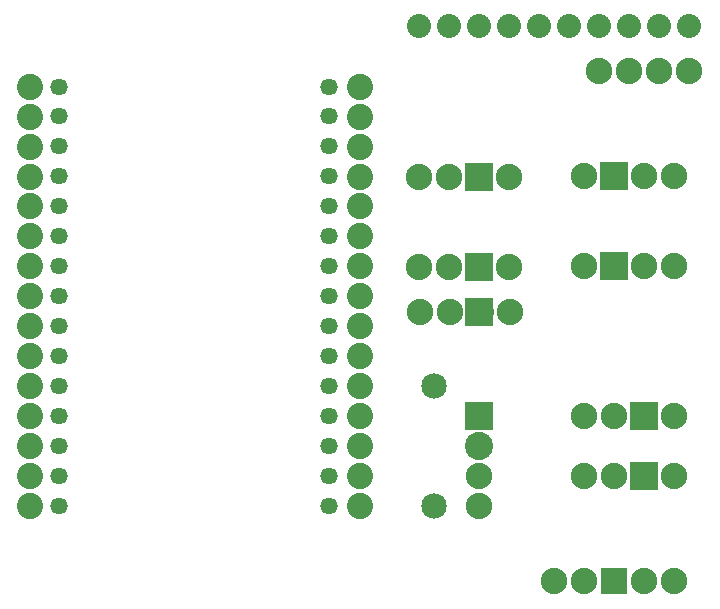
<source format=gbs>
G04 MADE WITH FRITZING*
G04 WWW.FRITZING.ORG*
G04 DOUBLE SIDED*
G04 HOLES PLATED*
G04 CONTOUR ON CENTER OF CONTOUR VECTOR*
%ASAXBY*%
%FSLAX23Y23*%
%MOIN*%
%OFA0B0*%
%SFA1.0B1.0*%
%ADD10C,0.080000*%
%ADD11C,0.088000*%
%ADD12C,0.087740*%
%ADD13C,0.085000*%
%ADD14C,0.094141*%
%ADD15C,0.057829*%
%ADD16R,0.094375X0.094375*%
%ADD17R,0.093333X0.093333*%
%ADD18R,0.088000X0.088000*%
%LNMASK0*%
G90*
G70*
G54D10*
X2406Y2095D03*
X2306Y2095D03*
X2206Y2095D03*
X2106Y2095D03*
X2006Y2095D03*
X1906Y2095D03*
X1806Y2095D03*
X1706Y2095D03*
X1606Y2095D03*
X1506Y2095D03*
G54D11*
X2406Y1945D03*
X2306Y1945D03*
X2206Y1945D03*
X2106Y1945D03*
G54D12*
X1307Y1694D03*
X209Y1894D03*
X209Y1794D03*
X209Y1694D03*
X209Y1594D03*
X209Y1495D03*
X1307Y1794D03*
X1307Y1894D03*
X1307Y1594D03*
X209Y1395D03*
X209Y1295D03*
X209Y1195D03*
X209Y1095D03*
X209Y995D03*
X209Y896D03*
X209Y796D03*
X209Y696D03*
X209Y596D03*
X209Y496D03*
X1307Y1195D03*
X1307Y1095D03*
X1307Y995D03*
X1307Y896D03*
X1307Y796D03*
X1307Y696D03*
X1307Y596D03*
X1307Y496D03*
X1307Y1495D03*
X1307Y1395D03*
X1307Y1295D03*
G54D13*
X1556Y895D03*
X1556Y495D03*
G54D11*
X2056Y1295D03*
G54D14*
X2156Y1295D03*
G54D11*
X2256Y1295D03*
X2356Y1295D03*
X2056Y1595D03*
G54D14*
X2156Y1595D03*
G54D11*
X2256Y1595D03*
X2356Y1595D03*
X2356Y795D03*
G54D14*
X2256Y795D03*
G54D11*
X2156Y795D03*
X2056Y795D03*
X1806Y1294D03*
G54D14*
X1706Y1294D03*
G54D11*
X1606Y1294D03*
X1506Y1294D03*
X1807Y1143D03*
G54D14*
X1707Y1143D03*
G54D11*
X1607Y1143D03*
X1507Y1143D03*
X1806Y1594D03*
G54D14*
X1706Y1594D03*
G54D11*
X1606Y1594D03*
X1506Y1594D03*
X2356Y595D03*
G54D14*
X2256Y595D03*
G54D11*
X2156Y595D03*
X2056Y595D03*
X1706Y795D03*
G54D14*
X1706Y695D03*
G54D11*
X1706Y595D03*
X1706Y495D03*
X2356Y245D03*
X2256Y245D03*
X2156Y245D03*
X2056Y245D03*
X1956Y245D03*
G54D15*
X1203Y1695D03*
X306Y1894D03*
X306Y1795D03*
X306Y1695D03*
X306Y1595D03*
X306Y1495D03*
X1203Y1795D03*
X1203Y1894D03*
X1203Y1595D03*
X306Y1395D03*
X306Y1295D03*
X306Y1195D03*
X306Y1096D03*
X306Y996D03*
X306Y896D03*
X306Y796D03*
X306Y696D03*
X306Y596D03*
X306Y497D03*
X1203Y1195D03*
X1203Y1096D03*
X1203Y996D03*
X1203Y896D03*
X1203Y796D03*
X1203Y696D03*
X1203Y596D03*
X1203Y497D03*
X1203Y1495D03*
X1203Y1395D03*
X1203Y1295D03*
G54D16*
X2156Y1295D03*
X2156Y1595D03*
X2255Y795D03*
X1706Y1294D03*
X1706Y1143D03*
X1706Y1594D03*
X2255Y595D03*
G54D17*
X1706Y795D03*
G54D18*
X2156Y245D03*
G04 End of Mask0*
M02*
</source>
